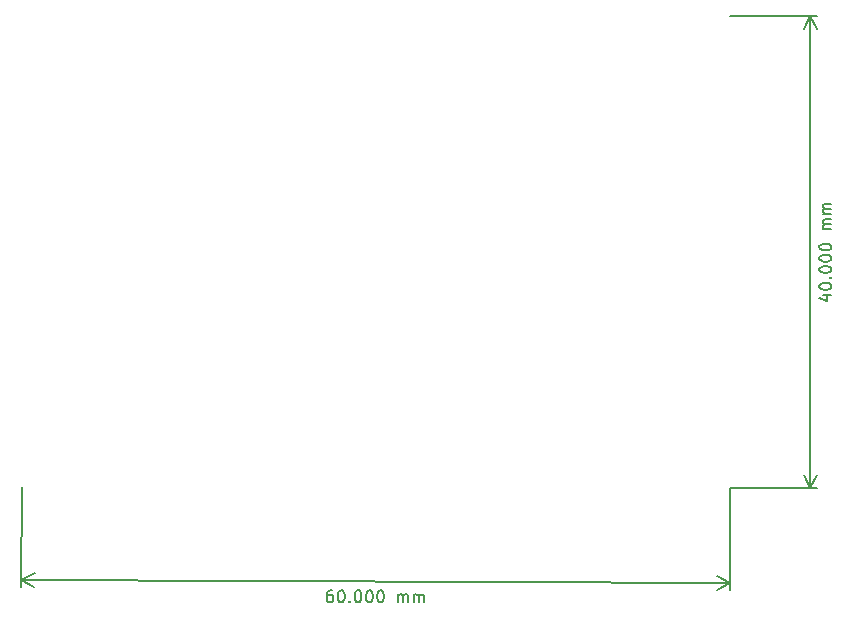
<source format=gbr>
G04 #@! TF.GenerationSoftware,KiCad,Pcbnew,(5.1.5-0-10_14)*
G04 #@! TF.CreationDate,2020-02-11T13:30:23+00:00*
G04 #@! TF.ProjectId,K1889054_A2000_01,4b313838-3930-4353-945f-41323030305f,1.0*
G04 #@! TF.SameCoordinates,Original*
G04 #@! TF.FileFunction,OtherDrawing,Comment*
%FSLAX46Y46*%
G04 Gerber Fmt 4.6, Leading zero omitted, Abs format (unit mm)*
G04 Created by KiCad (PCBNEW (5.1.5-0-10_14)) date 2020-02-11 13:30:23*
%MOMM*%
%LPD*%
G04 APERTURE LIST*
%ADD10C,0.150000*%
G04 APERTURE END LIST*
D10*
X167885714Y-103666666D02*
X168552380Y-103666666D01*
X167504761Y-103904761D02*
X168219047Y-104142857D01*
X168219047Y-103523809D01*
X167552380Y-102952380D02*
X167552380Y-102857142D01*
X167600000Y-102761904D01*
X167647619Y-102714285D01*
X167742857Y-102666666D01*
X167933333Y-102619047D01*
X168171428Y-102619047D01*
X168361904Y-102666666D01*
X168457142Y-102714285D01*
X168504761Y-102761904D01*
X168552380Y-102857142D01*
X168552380Y-102952380D01*
X168504761Y-103047619D01*
X168457142Y-103095238D01*
X168361904Y-103142857D01*
X168171428Y-103190476D01*
X167933333Y-103190476D01*
X167742857Y-103142857D01*
X167647619Y-103095238D01*
X167600000Y-103047619D01*
X167552380Y-102952380D01*
X168457142Y-102190476D02*
X168504761Y-102142857D01*
X168552380Y-102190476D01*
X168504761Y-102238095D01*
X168457142Y-102190476D01*
X168552380Y-102190476D01*
X167552380Y-101523809D02*
X167552380Y-101428571D01*
X167600000Y-101333333D01*
X167647619Y-101285714D01*
X167742857Y-101238095D01*
X167933333Y-101190476D01*
X168171428Y-101190476D01*
X168361904Y-101238095D01*
X168457142Y-101285714D01*
X168504761Y-101333333D01*
X168552380Y-101428571D01*
X168552380Y-101523809D01*
X168504761Y-101619047D01*
X168457142Y-101666666D01*
X168361904Y-101714285D01*
X168171428Y-101761904D01*
X167933333Y-101761904D01*
X167742857Y-101714285D01*
X167647619Y-101666666D01*
X167600000Y-101619047D01*
X167552380Y-101523809D01*
X167552380Y-100571428D02*
X167552380Y-100476190D01*
X167600000Y-100380952D01*
X167647619Y-100333333D01*
X167742857Y-100285714D01*
X167933333Y-100238095D01*
X168171428Y-100238095D01*
X168361904Y-100285714D01*
X168457142Y-100333333D01*
X168504761Y-100380952D01*
X168552380Y-100476190D01*
X168552380Y-100571428D01*
X168504761Y-100666666D01*
X168457142Y-100714285D01*
X168361904Y-100761904D01*
X168171428Y-100809523D01*
X167933333Y-100809523D01*
X167742857Y-100761904D01*
X167647619Y-100714285D01*
X167600000Y-100666666D01*
X167552380Y-100571428D01*
X167552380Y-99619047D02*
X167552380Y-99523809D01*
X167600000Y-99428571D01*
X167647619Y-99380952D01*
X167742857Y-99333333D01*
X167933333Y-99285714D01*
X168171428Y-99285714D01*
X168361904Y-99333333D01*
X168457142Y-99380952D01*
X168504761Y-99428571D01*
X168552380Y-99523809D01*
X168552380Y-99619047D01*
X168504761Y-99714285D01*
X168457142Y-99761904D01*
X168361904Y-99809523D01*
X168171428Y-99857142D01*
X167933333Y-99857142D01*
X167742857Y-99809523D01*
X167647619Y-99761904D01*
X167600000Y-99714285D01*
X167552380Y-99619047D01*
X168552380Y-98095238D02*
X167885714Y-98095238D01*
X167980952Y-98095238D02*
X167933333Y-98047619D01*
X167885714Y-97952380D01*
X167885714Y-97809523D01*
X167933333Y-97714285D01*
X168028571Y-97666666D01*
X168552380Y-97666666D01*
X168028571Y-97666666D02*
X167933333Y-97619047D01*
X167885714Y-97523809D01*
X167885714Y-97380952D01*
X167933333Y-97285714D01*
X168028571Y-97238095D01*
X168552380Y-97238095D01*
X168552380Y-96761904D02*
X167885714Y-96761904D01*
X167980952Y-96761904D02*
X167933333Y-96714285D01*
X167885714Y-96619047D01*
X167885714Y-96476190D01*
X167933333Y-96380952D01*
X168028571Y-96333333D01*
X168552380Y-96333333D01*
X168028571Y-96333333D02*
X167933333Y-96285714D01*
X167885714Y-96190476D01*
X167885714Y-96047619D01*
X167933333Y-95952380D01*
X168028571Y-95904761D01*
X168552380Y-95904761D01*
X166800000Y-120000000D02*
X166800000Y-80000000D01*
X160000000Y-120000000D02*
X167386421Y-120000000D01*
X160000000Y-80000000D02*
X167386421Y-80000000D01*
X166800000Y-80000000D02*
X167386421Y-81126504D01*
X166800000Y-80000000D02*
X166213579Y-81126504D01*
X166800000Y-120000000D02*
X167386421Y-118873496D01*
X166800000Y-120000000D02*
X166213579Y-118873496D01*
X126304509Y-128641399D02*
X126114033Y-128640764D01*
X126018637Y-128688066D01*
X125970860Y-128735526D01*
X125875146Y-128878065D01*
X125826892Y-129068381D01*
X125825622Y-129449331D01*
X125872924Y-129544728D01*
X125920384Y-129592505D01*
X126015463Y-129640441D01*
X126205938Y-129641076D01*
X126301334Y-129593775D01*
X126349112Y-129546315D01*
X126397048Y-129451236D01*
X126397841Y-129213142D01*
X126350540Y-129117746D01*
X126303080Y-129069968D01*
X126208001Y-129022032D01*
X126017526Y-129021397D01*
X125922130Y-129068699D01*
X125874352Y-129116159D01*
X125826416Y-129211237D01*
X127018790Y-128643780D02*
X127114028Y-128644098D01*
X127209107Y-128692034D01*
X127256567Y-128739811D01*
X127303868Y-128835208D01*
X127350852Y-129025842D01*
X127350058Y-129263936D01*
X127301805Y-129454252D01*
X127253868Y-129549331D01*
X127206091Y-129596791D01*
X127110695Y-129644092D01*
X127015457Y-129643775D01*
X126920378Y-129595838D01*
X126872918Y-129548061D01*
X126825617Y-129452665D01*
X126778633Y-129262031D01*
X126779427Y-129023937D01*
X126827680Y-128833620D01*
X126875617Y-128738542D01*
X126923394Y-128691082D01*
X127018790Y-128643780D01*
X127777675Y-129551077D02*
X127825135Y-129598854D01*
X127777358Y-129646314D01*
X127729897Y-129598537D01*
X127777675Y-129551077D01*
X127777358Y-129646314D01*
X128447354Y-128648542D02*
X128542591Y-128648860D01*
X128637670Y-128696796D01*
X128685130Y-128744573D01*
X128732432Y-128839970D01*
X128779415Y-129030604D01*
X128778622Y-129268697D01*
X128730368Y-129459014D01*
X128682432Y-129554093D01*
X128634654Y-129601553D01*
X128539258Y-129648854D01*
X128444021Y-129648537D01*
X128348942Y-129600600D01*
X128301482Y-129552823D01*
X128254180Y-129457427D01*
X128207196Y-129266793D01*
X128207990Y-129028699D01*
X128256244Y-128838382D01*
X128304180Y-128743304D01*
X128351958Y-128695843D01*
X128447354Y-128648542D01*
X129399729Y-128651717D02*
X129494967Y-128652034D01*
X129590046Y-128699970D01*
X129637506Y-128747748D01*
X129684807Y-128843144D01*
X129731791Y-129033778D01*
X129730997Y-129271872D01*
X129682744Y-129462188D01*
X129634808Y-129557267D01*
X129587030Y-129604727D01*
X129491634Y-129652029D01*
X129396396Y-129651711D01*
X129301317Y-129603775D01*
X129253857Y-129555997D01*
X129206556Y-129460601D01*
X129159572Y-129269967D01*
X129160366Y-129031873D01*
X129208619Y-128841557D01*
X129256556Y-128746478D01*
X129304333Y-128699018D01*
X129399729Y-128651717D01*
X130352105Y-128654891D02*
X130447343Y-128655209D01*
X130542422Y-128703145D01*
X130589882Y-128750923D01*
X130637183Y-128846319D01*
X130684167Y-129036953D01*
X130683373Y-129275047D01*
X130635119Y-129465363D01*
X130587183Y-129560442D01*
X130539406Y-129607902D01*
X130444009Y-129655203D01*
X130348772Y-129654886D01*
X130253693Y-129606950D01*
X130206233Y-129559172D01*
X130158932Y-129463776D01*
X130111948Y-129273142D01*
X130112741Y-129035048D01*
X130160995Y-128844732D01*
X130208931Y-128749653D01*
X130256709Y-128702193D01*
X130352105Y-128654891D01*
X131872573Y-129659965D02*
X131874795Y-128993302D01*
X131874478Y-129088540D02*
X131922255Y-129041080D01*
X132017651Y-128993778D01*
X132160508Y-128994255D01*
X132255587Y-129042191D01*
X132302888Y-129137587D01*
X132301142Y-129661394D01*
X132302888Y-129137587D02*
X132350824Y-129042508D01*
X132446221Y-128995207D01*
X132589077Y-128995683D01*
X132684156Y-129043619D01*
X132731457Y-129139016D01*
X132729711Y-129662822D01*
X133205899Y-129664410D02*
X133208121Y-128997747D01*
X133207804Y-129092984D02*
X133255581Y-129045524D01*
X133350977Y-128998223D01*
X133493834Y-128998699D01*
X133588913Y-129046635D01*
X133636214Y-129142031D01*
X133634468Y-129665838D01*
X133636214Y-129142031D02*
X133684150Y-129046953D01*
X133779546Y-128999651D01*
X133922403Y-129000128D01*
X134017482Y-129048064D01*
X134064783Y-129143460D01*
X134063037Y-129667267D01*
X99973663Y-127801245D02*
X159973663Y-128001245D01*
X100000000Y-119900000D02*
X99971708Y-128387663D01*
X160000000Y-120100000D02*
X159971708Y-128587663D01*
X159973663Y-128001245D02*
X158845211Y-128583907D01*
X159973663Y-128001245D02*
X158849120Y-127411073D01*
X99973663Y-127801245D02*
X101098206Y-128391417D01*
X99973663Y-127801245D02*
X101102115Y-127218583D01*
M02*

</source>
